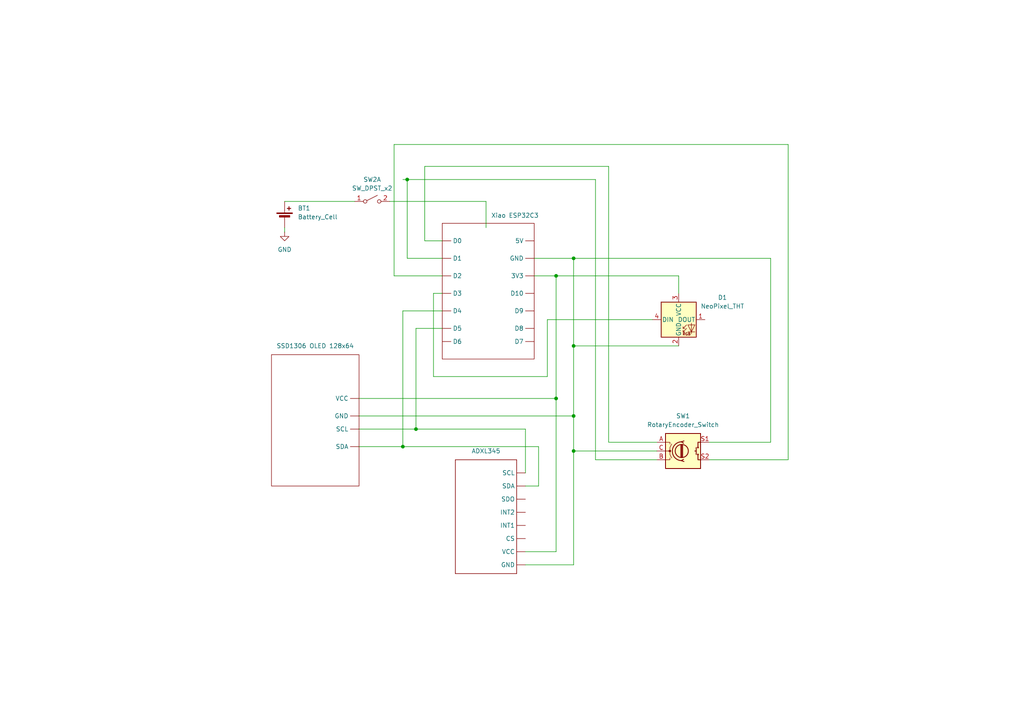
<source format=kicad_sch>
(kicad_sch (version 20250114) (generator "eeschema") (generator_version "9.0")
  (paper "A4")
  (lib_symbols
    (symbol "Device:Battery_Cell" (pin_numbers (hide yes)) (pin_names (offset 0) (hide yes))
      (property "Reference" "BT" (at 2.54 2.54 0))
      (property "Value" "Battery_Cell" (at 2.54 0 0))
      (symbol "Battery_Cell_0_1"
        (rectangle (start -2.286 1.778) (end 2.286 1.524) (fill (type outline)))
        (rectangle (start -1.524 1.016) (end 1.524 0.508) (fill (type outline)))
        (polyline (pts (xy 0 1.778) (xy 0 2.54)))
        (polyline (pts (xy 0 0.762) (xy 0 0)))
        (polyline (pts (xy 0.762 3.048) (xy 1.778 3.048)) (stroke (width 0.254)))
        (polyline (pts (xy 1.27 3.556) (xy 1.27 2.54)) (stroke (width 0.254)))
      )
      (symbol "Battery_Cell_1_1"
        (pin passive line (at 0 5.08 270) (length 2.54) (name "+") (number "1"))
        (pin passive line (at 0 -2.54 90) (length 2.54) (name "-") (number "2"))
      )
    )
    (symbol "Device:RotaryEncoder_Switch" (pin_names (offset 0.254) (hide yes))
      (property "Reference" "SW" (at 0 6.604 0))
      (property "Value" "RotaryEncoder_Switch" (at 0 -6.604 0))
      (symbol "RotaryEncoder_Switch_0_1"
        (rectangle (start -5.08 5.08) (end 5.08 -5.08) (stroke (width 0.254)) (fill (type background)))
        (polyline (pts (xy -5.08 2.54) (xy -3.81 2.54) (xy -3.81 2.032)))
        (polyline (pts (xy -5.08 0) (xy -3.81 0) (xy -3.81 -1.016) (xy -3.302 -2.032)))
        (polyline (pts (xy -5.08 -2.54) (xy -3.81 -2.54) (xy -3.81 -2.032)))
        (polyline (pts (xy -4.318 0) (xy -3.81 0) (xy -3.81 1.016) (xy -3.302 2.032)))
        (circle (center -3.81 0) (radius 0.254) (fill (type outline)))
        (polyline (pts (xy -0.635 -1.778) (xy -0.635 1.778)) (stroke (width 0.254)))
        (circle (center -0.381 0) (radius 1.905) (stroke (width 0.254)))
        (polyline (pts (xy -0.381 -1.778) (xy -0.381 1.778)) (stroke (width 0.254)))
        (arc (start -0.381 -2.794) (mid -3.0988 -0.0635) (end -0.381 2.667) (stroke (width 0.254)))
        (polyline (pts (xy -0.127 1.778) (xy -0.127 -1.778)) (stroke (width 0.254)))
        (polyline (pts (xy 0.254 2.921) (xy -0.508 2.667) (xy 0.127 2.286)) (stroke (width 0.254)))
        (polyline (pts (xy 0.254 -3.048) (xy -0.508 -2.794) (xy 0.127 -2.413)) (stroke (width 0.254)))
        (polyline (pts (xy 3.81 1.016) (xy 3.81 -1.016)) (stroke (width 0.254)))
        (polyline (pts (xy 3.81 0) (xy 3.429 0)) (stroke (width 0.254)))
        (circle (center 4.318 1.016) (radius 0.127) (stroke (width 0.254)))
        (circle (center 4.318 -1.016) (radius 0.127) (stroke (width 0.254)))
        (polyline (pts (xy 5.08 2.54) (xy 4.318 2.54) (xy 4.318 1.016)) (stroke (width 0.254)))
        (polyline (pts (xy 5.08 -2.54) (xy 4.318 -2.54) (xy 4.318 -1.016)) (stroke (width 0.254)))
      )
      (symbol "RotaryEncoder_Switch_1_1"
        (pin passive line (at -7.62 2.54 0) (length 2.54) (name "A") (number "A"))
        (pin passive line (at -7.62 0 0) (length 2.54) (name "C") (number "C"))
        (pin passive line (at -7.62 -2.54 0) (length 2.54) (name "B") (number "B"))
        (pin passive line (at 7.62 2.54 180) (length 2.54) (name "S1") (number "S1"))
        (pin passive line (at 7.62 -2.54 180) (length 2.54) (name "S2") (number "S2"))
      )
    )
    (symbol "Display_Graphic:SSD1306-OLED"
      (symbol "SSD1306-OLED_0_1"
        (rectangle (start -15.24 20.32) (end 10.16 -17.78))
      )
      (symbol "SSD1306-OLED_1_1"
        (pin power_in line (at 10.16 7.62 180) (length 2.54) (name "VCC") (number ""))
        (pin power_in line (at 10.16 2.54 180) (length 2.54) (name "GND") (number ""))
        (pin bidirectional line (at 10.16 -1.27 180) (length 2.54) (name "SCL") (number ""))
        (pin bidirectional line (at 10.16 -6.35 180) (length 2.54) (name "SDA") (number ""))
      )
    )
    (symbol "LED:NeoPixel_THT" (pin_names (offset 0.254))
      (property "Reference" "D1" (at 12.7 6.4202 0))
      (property "Value" "NeoPixel_THT" (at 12.7 3.8802 0))
      (symbol "NeoPixel_THT_0_0"
        (text "RGB" (at 2.286 -4.191 0) (effects (font (size 0.762 0.762))))
      )
      (symbol "NeoPixel_THT_0_1"
        (polyline (pts (xy 1.27 -2.54) (xy 1.778 -2.54)))
        (polyline (pts (xy 1.27 -3.556) (xy 1.778 -3.556)))
        (polyline (pts (xy 2.286 -1.524) (xy 1.27 -2.54) (xy 1.27 -2.032)))
        (polyline (pts (xy 2.286 -2.54) (xy 1.27 -3.556) (xy 1.27 -3.048)))
        (polyline (pts (xy 3.683 -1.016) (xy 3.683 -3.556) (xy 3.683 -4.064)))
        (polyline (pts (xy 4.699 -1.524) (xy 2.667 -1.524) (xy 3.683 -3.556) (xy 4.699 -1.524)))
        (polyline (pts (xy 4.699 -3.556) (xy 2.667 -3.556)))
        (rectangle (start 5.08 5.08) (end -5.08 -5.08) (stroke (width 0.254)) (fill (type background)))
      )
      (symbol "NeoPixel_THT_1_1"
        (pin input line (at -7.62 0 0) (length 2.54) (name "DIN") (number "4"))
        (pin power_in line (at 0 7.62 270) (length 2.54) (name "VCC") (number "3"))
        (pin power_in line (at 0 -7.62 90) (length 2.54) (name "GND") (number "2"))
        (pin output line (at 7.62 0 180) (length 2.54) (name "DOUT") (number "1"))
      )
    )
    (symbol "RF_Module:ESP32-C3-UW"
      (symbol "ESP32-C3-UW_0_1"
        (rectangle (start -21.59 12.7) (end 5.08 -26.67))
      )
      (symbol "ESP32-C3-UW_1_1"
        (pin output line (at -21.59 7.62 0) (length 2.54) (name "D0") (number ""))
        (pin input line (at -21.59 2.54 0) (length 2.54) (name "D1") (number ""))
        (pin bidirectional line (at -21.59 -2.54 0) (length 2.54) (name "D2") (number ""))
        (pin bidirectional line (at -21.59 -7.62 0) (length 2.54) (name "D3") (number ""))
        (pin output line (at -21.59 -12.7 0) (length 2.54) (name "D4") (number ""))
        (pin input line (at -21.59 -17.78 0) (length 2.54) (name "D5") (number ""))
        (pin input line (at -21.59 -21.59 0) (length 2.54) (name "D6") (number ""))
        (pin power_in line (at 5.08 7.62 180) (length 2.54) (name "5V") (number ""))
        (pin power_in line (at 5.08 2.54 180) (length 2.54) (name "GND") (number ""))
        (pin power_out line (at 5.08 -2.54 180) (length 2.54) (name "3V3") (number ""))
        (pin passive line (at 5.08 -7.62 180) (length 2.54) (name "D10") (number ""))
        (pin passive line (at 5.08 -12.7 180) (length 2.54) (name "D9") (number ""))
        (pin output line (at 5.08 -17.78 180) (length 2.54) (name "D8") (number ""))
        (pin input line (at 5.08 -21.59 180) (length 2.54) (name "D7") (number ""))
      )
    )
    (symbol "Sensor_Motion:ADXL345"
      (symbol "ADXL345_0_1"
        (rectangle (start -11.4554 15.24) (end -11.43 -17.78))
        (rectangle (start -11.43 15.2527) (end 6.35 15.2273))
        (rectangle (start -11.43 -17.7673) (end 6.35 -17.7927))
        (rectangle (start 6.3373 15.24) (end 6.3627 -17.78))
      )
      (symbol "ADXL345_1_1"
        (pin bidirectional line (at 8.89 11.43 180) (length 2.54) (name "SCL") (number ""))
        (pin bidirectional line (at 8.89 7.62 180) (length 2.54) (name "SDA") (number ""))
        (pin output line (at 8.89 3.81 180) (length 2.54) (name "SDO") (number ""))
        (pin output line (at 8.89 0 180) (length 2.54) (name "INT2") (number ""))
        (pin output line (at 8.89 -3.81 180) (length 2.54) (name "INT1") (number ""))
        (pin input line (at 8.89 -7.62 180) (length 2.54) (name "CS") (number ""))
        (pin power_in line (at 8.89 -11.43 180) (length 2.54) (name "VCC") (number ""))
        (pin power_in line (at 8.89 -15.24 180) (length 2.54) (name "GND") (number ""))
      )
    )
    (symbol "Switch:SW_DPST_x2" (pin_names (offset 0) (hide yes))
      (property "Reference" "SW" (at 0 3.175 0))
      (property "Value" "SW_DPST_x2" (at 0 -2.54 0))
      (symbol "SW_DPST_x2_0_0"
        (circle (center -2.032 0) (radius 0.508))
        (polyline (pts (xy -1.524 0.254) (xy 1.524 1.778)))
        (circle (center 2.032 0) (radius 0.508))
      )
      (symbol "SW_DPST_x2_1_1"
        (pin passive line (at -5.08 0 0) (length 2.54) (name "A") (number "1"))
        (pin passive line (at 5.08 0 180) (length 2.54) (name "B") (number "2"))
      )
      (symbol "SW_DPST_x2_2_1"
        (pin passive line (at -5.08 0 0) (length 2.54) (name "A") (number "3"))
        (pin passive line (at 5.08 0 180) (length 2.54) (name "B") (number "4"))
      )
    )
    (symbol "power:GND" (power) (pin_numbers (hide yes)) (pin_names (offset 0) (hide yes))
      (property "Value" "GND" (at 0 -3.81 0))
      (symbol "GND_0_1"
        (polyline (pts (xy 0 0) (xy 0 -1.27) (xy 1.27 -1.27) (xy 0 -2.54) (xy -1.27 -1.27) (xy 0 -1.27)))
      )
      (symbol "GND_1_1"
        (pin power_in line (at 0 0 270) (length 0) (name "~") (number "1"))
      )
    )
  )
  (junction (at 166.37 120.65))
  (junction (at 120.65 124.46))
  (junction (at 166.37 130.81))
  (junction (at 118.11 52.07))
  (junction (at 161.29 115.57))
  (junction (at 161.29 80.01))
  (junction (at 116.84 129.54))
  (junction (at 166.37 100.33))
  (junction (at 166.37 74.93))
  (wire (pts (xy 154.94 74.93) (xy 166.37 74.93)))
  (wire (pts (xy 166.37 130.81) (xy 166.37 163.83)))
  (wire (pts (xy 152.4 160.02) (xy 161.29 160.02)))
  (wire (pts (xy 161.29 160.02) (xy 161.29 115.57)))
  (wire (pts (xy 166.37 74.93) (xy 166.37 100.33)))
  (wire (pts (xy 166.37 100.33) (xy 166.37 120.65)))
  (wire (pts (xy 223.52 128.27) (xy 223.52 74.93)))
  (wire (pts (xy 161.29 80.01) (xy 154.94 80.01)))
  (wire (pts (xy 176.53 128.27) (xy 176.53 48.26)))
  (wire (pts (xy 205.74 128.27) (xy 223.52 128.27)))
  (wire (pts (xy 196.85 85.09) (xy 196.85 80.01)))
  (wire (pts (xy 114.3 80.01) (xy 128.27 80.01)))
  (wire (pts (xy 161.29 115.57) (xy 161.29 80.01)))
  (wire (pts (xy 228.6 41.91) (xy 114.3 41.91)))
  (wire (pts (xy 161.29 80.01) (xy 196.85 80.01)))
  (wire (pts (xy 166.37 120.65) (xy 104.14 120.65)))
  (wire (pts (xy 223.52 74.93) (xy 166.37 74.93)))
  (wire (pts (xy 205.74 133.35) (xy 228.6 133.35)))
  (wire (pts (xy 152.4 137.16) (xy 152.4 124.46)))
  (wire (pts (xy 116.84 90.17) (xy 116.84 129.54)))
  (wire (pts (xy 158.75 92.71) (xy 158.75 109.22)))
  (wire (pts (xy 114.3 41.91) (xy 114.3 80.01)))
  (wire (pts (xy 190.5 130.81) (xy 166.37 130.81)))
  (wire (pts (xy 113.03 58.42) (xy 140.97 58.42)))
  (wire (pts (xy 125.73 85.09) (xy 128.27 85.09)))
  (wire (pts (xy 116.84 52.07) (xy 118.11 52.07)))
  (wire (pts (xy 152.4 124.46) (xy 120.65 124.46)))
  (wire (pts (xy 104.14 124.46) (xy 120.65 124.46)))
  (wire (pts (xy 158.75 109.22) (xy 125.73 109.22)))
  (wire (pts (xy 125.73 109.22) (xy 125.73 85.09)))
  (wire (pts (xy 166.37 120.65) (xy 166.37 130.81)))
  (wire (pts (xy 140.97 66.04) (xy 140.97 58.42)))
  (wire (pts (xy 189.23 92.71) (xy 158.75 92.71)))
  (wire (pts (xy 118.11 52.07) (xy 172.72 52.07)))
  (wire (pts (xy 152.4 140.97) (xy 156.21 140.97)))
  (wire (pts (xy 120.65 95.25) (xy 128.27 95.25)))
  (wire (pts (xy 190.5 133.35) (xy 172.72 133.35)))
  (wire (pts (xy 123.19 69.85) (xy 128.27 69.85)))
  (wire (pts (xy 190.5 128.27) (xy 176.53 128.27)))
  (wire (pts (xy 82.55 66.04) (xy 82.55 67.31)))
  (wire (pts (xy 82.55 58.42) (xy 102.87 58.42)))
  (wire (pts (xy 123.19 48.26) (xy 123.19 69.85)))
  (wire (pts (xy 118.11 74.93) (xy 128.27 74.93)))
  (wire (pts (xy 172.72 133.35) (xy 172.72 52.07)))
  (wire (pts (xy 152.4 163.83) (xy 166.37 163.83)))
  (wire (pts (xy 118.11 52.07) (xy 118.11 74.93)))
  (wire (pts (xy 104.14 129.54) (xy 116.84 129.54)))
  (wire (pts (xy 116.84 90.17) (xy 128.27 90.17)))
  (wire (pts (xy 176.53 48.26) (xy 123.19 48.26)))
  (wire (pts (xy 156.21 129.54) (xy 116.84 129.54)))
  (wire (pts (xy 104.14 115.57) (xy 161.29 115.57)))
  (wire (pts (xy 166.37 100.33) (xy 196.85 100.33)))
  (wire (pts (xy 156.21 140.97) (xy 156.21 129.54)))
  (wire (pts (xy 228.6 133.35) (xy 228.6 41.91)))
  (wire (pts (xy 120.65 124.46) (xy 120.65 95.25)))
  (symbol (lib_id "LED:NeoPixel_THT") (at 196.85 92.71 0) (unit 1)
    (property "Reference" "D1" (at 209.55 86.2898 0))
    (property "Value" "NeoPixel_THT" (at 209.55 88.8298 0))
    (property "Datasheet" "https://www.adafruit.com/product/1938" (effects (hide yes)))
    (property "Description" "RGB LED with integrated controller, 5mm/8mm LED package" (effects (hide yes)))
  )
  (symbol (lib_id "Device:RotaryEncoder_Switch") (at 198.12 130.81 0) (unit 1)
    (property "Reference" "SW1" (at 198.12 120.65 0))
    (property "Value" "RotaryEncoder_Switch" (at 198.12 123.19 0))
    (property "Description" "Rotary encoder, dual channel, incremental quadrate outputs, with switch" (effects (hide yes)))
  )
  (symbol (lib_id "Sensor_Motion:ADXL345") (at 143.51 148.59 0) (unit 1)
    (property "Reference" "U2" (effects (hide yes)))
    (property "Value" "ADXL345" (at 140.9636 130.81 0))
  )
  (symbol (lib_id "RF_Module:ESP32-C3-UW") (at 149.86 77.47 0) (unit 1)
    (property "Reference" "U1" (effects (hide yes)))
    (property "Value" "Xiao ESP32C3" (at 149.352 62.484 0))
  )
  (symbol (lib_id "Display_Graphic:SSD1306-OLED") (at 93.98 123.19 0) (unit 1)
    (property "Reference" "." (effects (hide yes)))
    (property "Value" "SSD1306 OLED 128x64" (at 91.44 100.33 0))
  )
  (symbol (lib_id "Switch:SW_DPST_x2") (at 107.95 58.42 0) (unit 1)
    (property "Reference" "SW2" (at 107.95 52.07 0))
    (property "Value" "SW_DPST_x2" (at 107.95 54.61 0))
    (property "Description" "Single Pole Single Throw (SPST) switch, separate symbol" (effects (hide yes)))
  )
  (symbol (lib_id "Device:Battery_Cell") (at 82.55 63.5 0) (unit 1)
    (property "Reference" "BT1" (at 86.36 60.3884 0) (effects (justify left)))
    (property "Value" "Battery_Cell" (at 86.36 62.9284 0) (effects (justify left)))
    (property "Description" "Single-cell battery" (effects (hide yes)))
  )
  (symbol (lib_id "power:GND") (at 82.55 67.31 0) (unit 1)
    (property "Reference" "#PWR01" (effects (hide yes)))
    (property "Value" "GND" (at 82.55 72.39 0))
    (property "Description" "Power symbol creates a global label with name \"GND\" , ground" (effects (hide yes)))
  )
)
</source>
